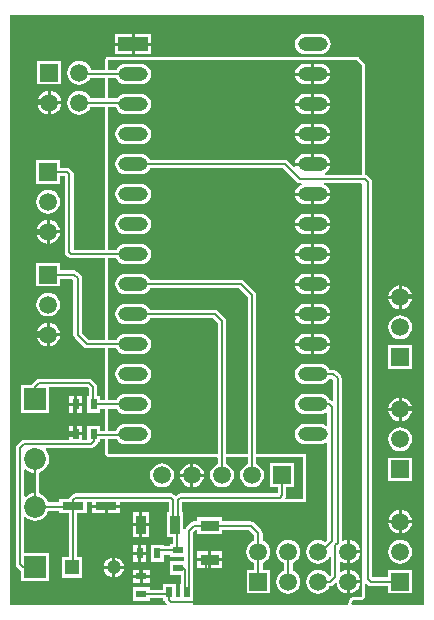
<source format=gtl>
G04 Layer_Physical_Order=1*
G04 Layer_Color=255*
%FSLAX44Y44*%
%MOMM*%
G71*
G01*
G75*
%ADD10R,1.8000X0.6500*%
%ADD11R,0.9000X0.6000*%
%ADD12R,0.6000X0.9000*%
%ADD13R,0.9000X1.6000*%
%ADD14R,1.6000X0.9000*%
%ADD15C,0.2000*%
%ADD16C,1.5000*%
%ADD17R,1.5000X1.5000*%
%ADD18C,1.8500*%
%ADD19R,1.8500X1.8500*%
%ADD20R,1.5000X1.5000*%
%ADD21R,1.2000X1.2000*%
%ADD22C,1.2000*%
%ADD23O,2.5000X1.2000*%
%ADD24R,2.5000X1.2000*%
G36*
X80410Y128255D02*
X80460Y128005D01*
X80460Y127750D01*
X80485Y127691D01*
X80488Y127627D01*
X80488Y127627D01*
X80570Y127453D01*
X80607Y127264D01*
X80628Y127232D01*
X80639Y127207D01*
X80639Y127206D01*
X80639Y127206D01*
X80760Y127026D01*
X80847Y126817D01*
X80868Y126785D01*
X80901Y126751D01*
X80919Y126713D01*
X80969Y126668D01*
X81059Y126578D01*
X81200Y126366D01*
X81201Y126366D01*
X81201Y126366D01*
X81275Y126292D01*
X81321Y126261D01*
X81392Y126190D01*
X81429Y126165D01*
X81455Y126129D01*
X81595Y126042D01*
X81667Y125970D01*
X81714Y125939D01*
X81784Y125868D01*
X81816Y125847D01*
X82051Y125749D01*
X82233Y125628D01*
X82233Y125628D01*
X82264Y125607D01*
X82311Y125598D01*
X82314Y125596D01*
X82314Y125596D01*
X82349Y125590D01*
X82514Y125558D01*
X82749Y125460D01*
X83005Y125460D01*
X83255Y125410D01*
X174693D01*
X175591Y124673D01*
Y119372D01*
X174137Y118770D01*
X172039Y117161D01*
X170430Y115063D01*
X169418Y112621D01*
X169073Y110000D01*
X169418Y107379D01*
X170430Y104937D01*
X172039Y102839D01*
X174137Y101230D01*
X176579Y100218D01*
X179200Y99873D01*
X181821Y100218D01*
X184263Y101230D01*
X186361Y102839D01*
X187970Y104937D01*
X188982Y107379D01*
X189327Y110000D01*
X188982Y112621D01*
X187970Y115063D01*
X186361Y117161D01*
X184263Y118770D01*
X182809Y119372D01*
Y125410D01*
X200991D01*
Y119372D01*
X199537Y118770D01*
X197439Y117161D01*
X195830Y115063D01*
X194818Y112621D01*
X194473Y110000D01*
X194818Y107379D01*
X195830Y104937D01*
X197439Y102839D01*
X199537Y101230D01*
X201979Y100218D01*
X204600Y99873D01*
X207221Y100218D01*
X209663Y101230D01*
X211761Y102839D01*
X213370Y104937D01*
X214382Y107379D01*
X214727Y110000D01*
X214382Y112621D01*
X213370Y115063D01*
X211761Y117161D01*
X209663Y118770D01*
X208209Y119372D01*
Y125410D01*
X247410D01*
Y89590D01*
X233380D01*
X232827Y90860D01*
X233335Y91619D01*
X233609Y93000D01*
Y99960D01*
X240040D01*
Y120040D01*
X219960D01*
Y99960D01*
X226391D01*
Y94609D01*
X144000D01*
X142619Y94335D01*
X141448Y93552D01*
X140000Y92104D01*
X138552Y93552D01*
X137381Y94335D01*
X136000Y94609D01*
X55000D01*
X53619Y94335D01*
X52448Y93552D01*
X50448Y91552D01*
X49665Y90381D01*
X49548Y89790D01*
X41460D01*
Y87009D01*
X32266D01*
X31298Y89346D01*
X30797Y90000D01*
X29409Y91809D01*
X26946Y93699D01*
X24609Y94666D01*
Y112334D01*
X26946Y113301D01*
X29409Y115191D01*
X31298Y117654D01*
X32487Y120522D01*
X32892Y123600D01*
X32487Y126678D01*
X31298Y129546D01*
X29791Y131511D01*
X30417Y132781D01*
X68000D01*
X69381Y133055D01*
X70552Y133838D01*
X73052Y136338D01*
X73835Y137509D01*
X73924Y137960D01*
X76040D01*
Y140391D01*
X80410D01*
Y128255D01*
D02*
G37*
G36*
X15054Y113301D02*
X17922Y112114D01*
X21000Y111708D01*
X21065Y111717D01*
X22020Y110879D01*
Y96121D01*
X21065Y95283D01*
X21000Y95292D01*
X17922Y94887D01*
X15054Y93699D01*
X12879Y92030D01*
X11609Y92455D01*
Y114545D01*
X12879Y114970D01*
X15054Y113301D01*
D02*
G37*
G36*
X292492Y461999D02*
X292746D01*
X292757Y461992D01*
X293166Y461822D01*
X293179Y461820D01*
X293182Y461818D01*
X293361Y461638D01*
X293362Y461638D01*
X297639Y457361D01*
X297639Y457361D01*
X297640Y457360D01*
X297640Y457360D01*
X297820Y457180D01*
X297823Y457166D01*
X297992Y456757D01*
X298000Y456745D01*
X298000Y456745D01*
X298000Y456491D01*
X298000Y456491D01*
Y456490D01*
X298000Y456489D01*
Y364609D01*
X266671D01*
X266418Y365879D01*
X266807Y366040D01*
X268591Y367409D01*
X269960Y369193D01*
X270820Y371271D01*
X270947Y372230D01*
X241054D01*
X241112Y371789D01*
X239909Y371196D01*
X235052Y376052D01*
X233881Y376835D01*
X232500Y377109D01*
X118249D01*
X117960Y377807D01*
X116591Y379591D01*
X114807Y380960D01*
X112729Y381820D01*
X110500Y382114D01*
X97500D01*
X95271Y381820D01*
X93193Y380960D01*
X91409Y379591D01*
X90040Y377807D01*
X89180Y375729D01*
X88886Y373500D01*
X89180Y371271D01*
X90040Y369193D01*
X91409Y367409D01*
X93193Y366040D01*
X95271Y365180D01*
X97500Y364886D01*
X110500D01*
X112729Y365180D01*
X114807Y366040D01*
X116591Y367409D01*
X117960Y369193D01*
X118249Y369891D01*
X231005D01*
X242448Y358448D01*
X243619Y357665D01*
X245000Y357391D01*
X246295D01*
X246548Y356121D01*
X245193Y355560D01*
X243409Y354191D01*
X242040Y352407D01*
X241180Y350329D01*
X241054Y349370D01*
X270947D01*
X270820Y350329D01*
X269960Y352407D01*
X268591Y354191D01*
X266807Y355560D01*
X265452Y356121D01*
X265705Y357391D01*
X297102D01*
X298000Y356493D01*
X298000Y17647D01*
Y8396D01*
X297957Y8200D01*
X297956Y8173D01*
X297946Y8149D01*
X297907Y7952D01*
X297747Y7588D01*
X297633Y7424D01*
X297616Y7384D01*
X297575Y7366D01*
X297411Y7252D01*
X297048Y7093D01*
X296850Y7054D01*
X296826Y7044D01*
X296800Y7043D01*
X296603Y7000D01*
X291047D01*
X290833Y6957D01*
X290614Y6963D01*
X289599Y6791D01*
X289576Y6782D01*
X289552Y6783D01*
X289549Y6782D01*
X289366Y6709D01*
X289361D01*
X289359Y6708D01*
X289357Y6707D01*
X289354D01*
X289350Y6706D01*
X289350Y6706D01*
X289349D01*
X289282Y6679D01*
X289039Y6630D01*
X288871Y6561D01*
X288868Y6559D01*
X288864Y6558D01*
X288863Y6558D01*
X288752Y6483D01*
X288682Y6464D01*
X288610Y6408D01*
X288471Y6355D01*
X288447Y6332D01*
X288425Y6323D01*
X288425Y6323D01*
X288416Y6320D01*
X288416Y6320D01*
X288416Y6319D01*
X288407Y6313D01*
X288226Y6133D01*
X288061Y6029D01*
X288048Y6011D01*
X288031Y5999D01*
X288030Y5998D01*
X288024Y5995D01*
X287967Y5909D01*
X287884Y5844D01*
X287831Y5752D01*
X287736Y5661D01*
X287732Y5656D01*
X287731Y5654D01*
X287729Y5652D01*
X287715Y5622D01*
X287692Y5598D01*
X287622Y5428D01*
X287612Y5419D01*
X287590Y5365D01*
X287476Y5204D01*
X287469Y5189D01*
X287469Y5188D01*
X287469Y5188D01*
X287401Y5036D01*
X287386Y4971D01*
X287383Y4966D01*
X287383Y4966D01*
X287381Y4950D01*
X287347Y4799D01*
X287318Y4735D01*
X287318Y4732D01*
X287317Y4729D01*
X287315Y4722D01*
X287314Y4700D01*
X287226Y4485D01*
X287145Y4079D01*
X287051Y3853D01*
X287051Y3853D01*
X286953Y3617D01*
X286928Y3579D01*
X286871Y3535D01*
X286836Y3495D01*
X286756Y3354D01*
X286641Y3239D01*
X286633Y3227D01*
X286521Y2958D01*
X286435Y2830D01*
X286425Y2778D01*
X286331Y2614D01*
X286309Y2448D01*
X286245Y2294D01*
X286245Y1952D01*
X286201Y1612D01*
X286224Y1270D01*
X285226Y52D01*
X285081Y-0D01*
X164000Y0D01*
X155000D01*
Y3960D01*
X155040D01*
Y8960D01*
Y18040D01*
X155000D01*
Y61896D01*
X156995Y63891D01*
X158460D01*
Y60460D01*
X179540D01*
Y63891D01*
X202005D01*
X206391Y59505D01*
Y54772D01*
X204937Y54170D01*
X202839Y52561D01*
X201230Y50463D01*
X200218Y48021D01*
X199873Y45400D01*
X200218Y42779D01*
X201230Y40337D01*
X202839Y38239D01*
X204937Y36630D01*
X206391Y36028D01*
Y30040D01*
X199960D01*
Y9960D01*
X220040D01*
Y30040D01*
X213609D01*
Y36028D01*
X215063Y36630D01*
X217161Y38239D01*
X218770Y40337D01*
X219782Y42779D01*
X220127Y45400D01*
X219782Y48021D01*
X218770Y50463D01*
X217161Y52561D01*
X215063Y54170D01*
X213609Y54772D01*
Y61000D01*
X213335Y62381D01*
X212552Y63552D01*
X206052Y70052D01*
X204881Y70835D01*
X203500Y71109D01*
X179540D01*
Y74540D01*
X158460D01*
Y71109D01*
X155500D01*
X155000Y71520D01*
Y71010D01*
X154119Y70835D01*
X152948Y70052D01*
X148448Y65552D01*
X147810Y64598D01*
X146804Y64708D01*
X146540Y64809D01*
Y78540D01*
X145609D01*
Y87000D01*
X250000D01*
Y128000D01*
X208209D01*
Y262400D01*
X207935Y263781D01*
X207152Y264952D01*
X197652Y274452D01*
X196481Y275235D01*
X195100Y275509D01*
X118249D01*
X117960Y276207D01*
X116591Y277991D01*
X114807Y279360D01*
X112729Y280220D01*
X110500Y280514D01*
X97500D01*
X95271Y280220D01*
X93193Y279360D01*
X91409Y277991D01*
X90040Y276207D01*
X89180Y274129D01*
X88886Y271900D01*
X89180Y269671D01*
X90040Y267593D01*
X91409Y265809D01*
X93193Y264440D01*
X95271Y263580D01*
X97500Y263286D01*
X110500D01*
X112729Y263580D01*
X114807Y264440D01*
X116591Y265809D01*
X117960Y267593D01*
X118249Y268291D01*
X193605D01*
X200991Y260905D01*
Y128000D01*
X182809D01*
Y240800D01*
X182535Y242181D01*
X181752Y243352D01*
X176052Y249052D01*
X174881Y249835D01*
X173500Y250109D01*
X118249D01*
X117960Y250807D01*
X116591Y252591D01*
X114807Y253960D01*
X112729Y254820D01*
X110500Y255114D01*
X97500D01*
X95271Y254820D01*
X93193Y253960D01*
X91409Y252591D01*
X90040Y250807D01*
X89180Y248729D01*
X88886Y246500D01*
X89180Y244271D01*
X90040Y242193D01*
X91409Y240409D01*
X93193Y239040D01*
X95271Y238180D01*
X97500Y237886D01*
X110500D01*
X112729Y238180D01*
X114807Y239040D01*
X116591Y240409D01*
X117960Y242193D01*
X118249Y242891D01*
X172005D01*
X175591Y239305D01*
Y128000D01*
X83510D01*
X83510Y128000D01*
X83000Y129164D01*
Y140391D01*
X90196D01*
X91409Y138809D01*
X93193Y137440D01*
X95271Y136580D01*
X97500Y136286D01*
X110500D01*
X112729Y136580D01*
X114807Y137440D01*
X116591Y138809D01*
X117960Y140593D01*
X118820Y142671D01*
X119114Y144900D01*
X118820Y147129D01*
X117960Y149207D01*
X116591Y150991D01*
X114807Y152360D01*
X112729Y153220D01*
X110500Y153514D01*
X97500D01*
X95271Y153220D01*
X93193Y152360D01*
X91409Y150991D01*
X90040Y149207D01*
X89379Y147609D01*
X83000D01*
Y166391D01*
X89876D01*
X90040Y165993D01*
X91409Y164209D01*
X93193Y162840D01*
X95271Y161980D01*
X97500Y161686D01*
X110500D01*
X112729Y161980D01*
X114807Y162840D01*
X116591Y164209D01*
X117960Y165993D01*
X118820Y168071D01*
X119114Y170300D01*
X118820Y172529D01*
X117960Y174607D01*
X116591Y176391D01*
X114807Y177760D01*
X112729Y178620D01*
X110500Y178914D01*
X97500D01*
X95271Y178620D01*
X93193Y177760D01*
X91409Y176391D01*
X90040Y174607D01*
X89627Y173609D01*
X83000D01*
Y217491D01*
X89751D01*
X90040Y216793D01*
X91409Y215009D01*
X93193Y213640D01*
X95271Y212780D01*
X97500Y212486D01*
X110500D01*
X112729Y212780D01*
X114807Y213640D01*
X116591Y215009D01*
X117960Y216793D01*
X118820Y218871D01*
X119114Y221100D01*
X118820Y223329D01*
X117960Y225407D01*
X116591Y227191D01*
X114807Y228560D01*
X112729Y229420D01*
X110500Y229714D01*
X97500D01*
X95271Y229420D01*
X93193Y228560D01*
X91409Y227191D01*
X90040Y225407D01*
X89751Y224709D01*
X83000D01*
Y293691D01*
X89751D01*
X90040Y292993D01*
X91409Y291209D01*
X93193Y289840D01*
X95271Y288980D01*
X97500Y288686D01*
X110500D01*
X112729Y288980D01*
X114807Y289840D01*
X116591Y291209D01*
X117960Y292993D01*
X118820Y295071D01*
X119114Y297300D01*
X118820Y299529D01*
X117960Y301607D01*
X116591Y303391D01*
X114807Y304760D01*
X112729Y305620D01*
X110500Y305914D01*
X97500D01*
X95271Y305620D01*
X93193Y304760D01*
X91409Y303391D01*
X90040Y301607D01*
X89751Y300909D01*
X83000D01*
Y421991D01*
X89213D01*
X90040Y419993D01*
X91409Y418209D01*
X93193Y416840D01*
X95271Y415980D01*
X97500Y415686D01*
X110500D01*
X112729Y415980D01*
X114807Y416840D01*
X116591Y418209D01*
X117960Y419993D01*
X118820Y422071D01*
X119114Y424300D01*
X118820Y426529D01*
X117960Y428607D01*
X116591Y430391D01*
X114807Y431760D01*
X112729Y432620D01*
X110500Y432914D01*
X97500D01*
X95271Y432620D01*
X93193Y431760D01*
X91409Y430391D01*
X90503Y429209D01*
X83000D01*
Y446091D01*
X89751D01*
X90040Y445393D01*
X91409Y443609D01*
X93193Y442240D01*
X95271Y441380D01*
X97500Y441086D01*
X110500D01*
X112729Y441380D01*
X114807Y442240D01*
X116591Y443609D01*
X117960Y445393D01*
X118820Y447471D01*
X119114Y449700D01*
X118820Y451929D01*
X117960Y454007D01*
X116591Y455791D01*
X114807Y457160D01*
X112729Y458020D01*
X110500Y458314D01*
X97500D01*
X95271Y458020D01*
X93193Y457160D01*
X91409Y455791D01*
X90040Y454007D01*
X89751Y453309D01*
X83000D01*
Y461490D01*
X83000Y461490D01*
X84164Y462000D01*
X292488D01*
X292492Y461999D01*
D02*
G37*
G36*
X350000Y499102D02*
Y-0D01*
X350000Y-0D01*
X289491D01*
X289403Y44D01*
X289191Y161D01*
X289175Y174D01*
X289112Y240D01*
X288864Y603D01*
X288785Y1786D01*
X288793Y1798D01*
X288828Y1839D01*
X288984Y1995D01*
X289107Y2178D01*
X289204Y2414D01*
X289346Y2626D01*
X289538Y3088D01*
X289587Y3338D01*
X289685Y3574D01*
X289766Y3980D01*
X289833Y4131D01*
X289840Y4147D01*
X289840Y4147D01*
X289842Y4155D01*
X289846Y4160D01*
X289855Y4166D01*
X289859Y4167D01*
X289860Y4167D01*
X289861Y4168D01*
X290030Y4237D01*
X290033Y4238D01*
X291047Y4410D01*
X296835D01*
X296861Y4415D01*
X296887Y4411D01*
X297356Y4514D01*
X297826Y4607D01*
X297848Y4622D01*
X297873Y4627D01*
X298683Y4982D01*
X299056Y5242D01*
X299439Y5487D01*
X299469Y5530D01*
X299512Y5559D01*
X299757Y5943D01*
X300018Y6316D01*
X300372Y7126D01*
X300378Y7151D01*
X300393Y7173D01*
X300486Y7644D01*
X300589Y8113D01*
X300585Y8139D01*
X300590Y8164D01*
Y17647D01*
X301763Y18133D01*
X302448Y17448D01*
X303619Y16665D01*
X305000Y16391D01*
X319960D01*
Y9960D01*
X340040D01*
Y30040D01*
X319960D01*
Y23609D01*
X306609D01*
Y358000D01*
X306335Y359381D01*
X305552Y360552D01*
X302552Y363552D01*
X301381Y364335D01*
X300567Y364496D01*
X300590Y364609D01*
Y456490D01*
X300590Y456491D01*
X300590Y456745D01*
X300540Y456995D01*
X300540Y457249D01*
X300529Y457277D01*
X300528Y457307D01*
X300528Y457307D01*
X300437Y457514D01*
X300393Y457736D01*
X300385Y457748D01*
X300384Y457748D01*
X300215Y458157D01*
X300215Y458157D01*
X300212Y458171D01*
X300105Y458331D01*
X300040Y458512D01*
X300040Y458513D01*
X299997Y458560D01*
X299973Y458619D01*
X299793Y458799D01*
X299651Y459011D01*
X299471Y459191D01*
X299471Y459191D01*
X299471Y459192D01*
X295013Y463649D01*
X294800Y463792D01*
X294618Y463973D01*
X294617Y463974D01*
X294391Y464067D01*
X294189Y464204D01*
X294187Y464205D01*
X294179Y464207D01*
X294173Y464211D01*
X294160Y464213D01*
X294157Y464215D01*
X293748Y464384D01*
X293746Y464385D01*
X293735Y464393D01*
X293726Y464394D01*
X293718Y464400D01*
X293717Y464400D01*
X293482Y464445D01*
X293262Y464537D01*
X293260Y464538D01*
X293255Y464538D01*
X293251Y464539D01*
X292997D01*
X292744Y464590D01*
X83255D01*
X83005Y464540D01*
X82750Y464540D01*
X82691Y464515D01*
X82627Y464512D01*
X82627Y464512D01*
X82453Y464430D01*
X82264Y464393D01*
X82232Y464371D01*
X82207Y464361D01*
X82206Y464361D01*
X82206Y464361D01*
X82026Y464240D01*
X81817Y464154D01*
X81785Y464132D01*
X81751Y464099D01*
X81713Y464081D01*
X81668Y464031D01*
X81578Y463941D01*
X81366Y463800D01*
X81366Y463799D01*
X81366Y463799D01*
X81292Y463725D01*
X81261Y463679D01*
X81190Y463608D01*
X81165Y463571D01*
X81129Y463545D01*
X81042Y463405D01*
X80970Y463333D01*
X80939Y463286D01*
X80868Y463216D01*
X80847Y463184D01*
X80749Y462948D01*
X80628Y462767D01*
X80628Y462767D01*
X80607Y462736D01*
X80598Y462689D01*
X80596Y462686D01*
X80596Y462686D01*
X80590Y462651D01*
X80558Y462486D01*
X80460Y462251D01*
X80460Y461995D01*
X80410Y461745D01*
Y454207D01*
X79673Y453309D01*
X68223D01*
X68182Y453621D01*
X67170Y456063D01*
X65561Y458161D01*
X63463Y459770D01*
X61021Y460782D01*
X58400Y461127D01*
X55779Y460782D01*
X53337Y459770D01*
X51239Y458161D01*
X49630Y456063D01*
X48618Y453621D01*
X48273Y451000D01*
X48618Y448379D01*
X49630Y445937D01*
X51239Y443839D01*
X53337Y442230D01*
X55779Y441218D01*
X58400Y440873D01*
X61021Y441218D01*
X63463Y442230D01*
X65561Y443839D01*
X67170Y445937D01*
X67234Y446091D01*
X80410D01*
Y429209D01*
X67772D01*
X67170Y430663D01*
X65561Y432761D01*
X63463Y434370D01*
X61021Y435382D01*
X58400Y435727D01*
X55779Y435382D01*
X53337Y434370D01*
X51239Y432761D01*
X49630Y430663D01*
X48618Y428221D01*
X48273Y425600D01*
X48618Y422979D01*
X49630Y420537D01*
X51239Y418439D01*
X53337Y416830D01*
X55779Y415818D01*
X58400Y415473D01*
X61021Y415818D01*
X63463Y416830D01*
X65561Y418439D01*
X67170Y420537D01*
X67772Y421991D01*
X80410D01*
Y300909D01*
X53609D01*
Y365000D01*
X53335Y366381D01*
X52552Y367552D01*
X50552Y369552D01*
X49381Y370335D01*
X48000Y370609D01*
X42040D01*
Y377040D01*
X21960D01*
Y356960D01*
X42040D01*
Y363391D01*
X46391D01*
Y299000D01*
X46665Y297619D01*
X47448Y296448D01*
X49148Y294748D01*
X50319Y293965D01*
X51700Y293691D01*
X80410D01*
Y224709D01*
X66395D01*
X60609Y230495D01*
Y277000D01*
X60335Y278381D01*
X59552Y279552D01*
X56552Y282552D01*
X55381Y283335D01*
X54000Y283609D01*
X42040D01*
Y290040D01*
X21960D01*
Y269960D01*
X42040D01*
Y276391D01*
X52505D01*
X53391Y275505D01*
Y229000D01*
X53665Y227619D01*
X54448Y226448D01*
X62348Y218548D01*
X63519Y217765D01*
X64900Y217491D01*
X80410D01*
Y173609D01*
X76040D01*
Y177040D01*
X73609D01*
Y185000D01*
X73335Y186381D01*
X72552Y187552D01*
X69552Y190552D01*
X68381Y191335D01*
X67000Y191609D01*
X24000D01*
X22619Y191335D01*
X21448Y190552D01*
X18448Y187552D01*
X17665Y186381D01*
X17627Y186190D01*
X9210D01*
Y162610D01*
X32790D01*
Y184391D01*
X65505D01*
X66391Y183505D01*
Y177040D01*
X64960D01*
Y162960D01*
X76040D01*
Y166391D01*
X80410D01*
Y147609D01*
X76040D01*
Y152040D01*
X64960D01*
Y139999D01*
X61040D01*
Y143730D01*
X49960D01*
Y139999D01*
X11390D01*
X10009Y139725D01*
X8838Y138942D01*
X5448Y135552D01*
X4665Y134381D01*
X4391Y133000D01*
Y90000D01*
Y35000D01*
X4665Y33619D01*
X5448Y32448D01*
X7848Y30048D01*
X9019Y29265D01*
X9210Y29227D01*
Y20810D01*
X32790D01*
Y44390D01*
X11609D01*
Y74345D01*
X12879Y74770D01*
X15054Y73102D01*
X17922Y71913D01*
X21000Y71508D01*
X24078Y71913D01*
X26946Y73102D01*
X29409Y74991D01*
X31298Y77454D01*
X32266Y79791D01*
X41460D01*
Y78210D01*
X49391D01*
Y40540D01*
X43960D01*
Y23460D01*
X61040D01*
Y40540D01*
X56609D01*
Y78210D01*
X64540D01*
Y87391D01*
X69460D01*
Y85270D01*
X92540D01*
Y87391D01*
X134391D01*
Y78540D01*
X132460D01*
Y57460D01*
X137391D01*
Y52040D01*
X134960D01*
Y50109D01*
X130040D01*
Y51040D01*
X118960D01*
Y36960D01*
X130040D01*
Y42891D01*
X134960D01*
Y40960D01*
X147391D01*
Y37040D01*
X134960D01*
Y25960D01*
X144391D01*
Y18040D01*
X143960D01*
Y6569D01*
X140040D01*
Y18040D01*
X128960D01*
Y13109D01*
X118040D01*
Y15040D01*
X103960D01*
Y3960D01*
X118040D01*
Y5891D01*
X128960D01*
Y3960D01*
X130998D01*
X131165Y3119D01*
X131948Y1948D01*
X132626Y1270D01*
X132100Y-0D01*
X898D01*
X-0Y898D01*
Y500000D01*
X-0Y500000D01*
X349102D01*
X350000Y499102D01*
D02*
G37*
%LPC*%
G36*
X152530Y119959D02*
X151179Y119782D01*
X148737Y118770D01*
X146639Y117161D01*
X145030Y115063D01*
X144018Y112621D01*
X143841Y111270D01*
X152530D01*
Y119959D01*
D02*
G37*
G36*
X61040Y152040D02*
X56770D01*
Y146270D01*
X61040D01*
Y152040D01*
D02*
G37*
G36*
X340040Y125040D02*
X319960D01*
Y104960D01*
X340040D01*
Y125040D01*
D02*
G37*
G36*
X330000Y150527D02*
X327379Y150182D01*
X324937Y149170D01*
X322839Y147561D01*
X321230Y145463D01*
X320218Y143021D01*
X319873Y140400D01*
X320218Y137779D01*
X321230Y135337D01*
X322839Y133239D01*
X324937Y131630D01*
X327379Y130618D01*
X330000Y130273D01*
X332621Y130618D01*
X335063Y131630D01*
X337161Y133239D01*
X338770Y135337D01*
X339782Y137779D01*
X340127Y140400D01*
X339782Y143021D01*
X338770Y145463D01*
X337161Y147561D01*
X335063Y149170D01*
X332621Y150182D01*
X330000Y150527D01*
D02*
G37*
G36*
X54230Y152040D02*
X49960D01*
Y146270D01*
X54230D01*
Y152040D01*
D02*
G37*
G36*
X155070Y119959D02*
Y111270D01*
X163759D01*
X163582Y112621D01*
X162570Y115063D01*
X160961Y117161D01*
X158863Y118770D01*
X156421Y119782D01*
X155070Y119959D01*
D02*
G37*
G36*
X92540Y82730D02*
X82270D01*
Y78210D01*
X92540D01*
Y82730D01*
D02*
G37*
G36*
X79730D02*
X69460D01*
Y78210D01*
X79730D01*
Y82730D01*
D02*
G37*
G36*
X331270Y80759D02*
Y72070D01*
X339959D01*
X339782Y73421D01*
X338770Y75863D01*
X337161Y77961D01*
X335063Y79570D01*
X332621Y80582D01*
X331270Y80759D01*
D02*
G37*
G36*
X163759Y108730D02*
X155070D01*
Y100041D01*
X156421Y100218D01*
X158863Y101230D01*
X160961Y102839D01*
X162570Y104937D01*
X163582Y107379D01*
X163759Y108730D01*
D02*
G37*
G36*
X152530D02*
X143841D01*
X144018Y107379D01*
X145030Y104937D01*
X146639Y102839D01*
X148737Y101230D01*
X151179Y100218D01*
X152530Y100041D01*
Y108730D01*
D02*
G37*
G36*
X128400Y120127D02*
X125779Y119782D01*
X123337Y118770D01*
X121239Y117161D01*
X119630Y115063D01*
X118618Y112621D01*
X118273Y110000D01*
X118618Y107379D01*
X119630Y104937D01*
X121239Y102839D01*
X123337Y101230D01*
X125779Y100218D01*
X128400Y99873D01*
X131021Y100218D01*
X133463Y101230D01*
X135561Y102839D01*
X137170Y104937D01*
X138182Y107379D01*
X138527Y110000D01*
X138182Y112621D01*
X137170Y115063D01*
X135561Y117161D01*
X133463Y118770D01*
X131021Y119782D01*
X128400Y120127D01*
D02*
G37*
G36*
X328730Y164530D02*
X320041D01*
X320218Y163179D01*
X321230Y160737D01*
X322839Y158639D01*
X324937Y157030D01*
X327379Y156018D01*
X328730Y155841D01*
Y164530D01*
D02*
G37*
G36*
X340040Y220040D02*
X319960D01*
Y199960D01*
X340040D01*
Y220040D01*
D02*
G37*
G36*
X110500Y204314D02*
X97500D01*
X95271Y204020D01*
X93193Y203160D01*
X91409Y201791D01*
X90040Y200007D01*
X89180Y197929D01*
X88886Y195700D01*
X89180Y193471D01*
X90040Y191393D01*
X91409Y189609D01*
X93193Y188240D01*
X95271Y187380D01*
X97500Y187086D01*
X110500D01*
X112729Y187380D01*
X114807Y188240D01*
X116591Y189609D01*
X117960Y191393D01*
X118820Y193471D01*
X119114Y195700D01*
X118820Y197929D01*
X117960Y200007D01*
X116591Y201791D01*
X114807Y203160D01*
X112729Y204020D01*
X110500Y204314D01*
D02*
G37*
G36*
X262500D02*
X249500D01*
X247271Y204020D01*
X245193Y203160D01*
X243409Y201791D01*
X242040Y200007D01*
X241180Y197929D01*
X240886Y195700D01*
X241180Y193471D01*
X242040Y191393D01*
X243409Y189609D01*
X245193Y188240D01*
X247271Y187380D01*
X249500Y187086D01*
X262500D01*
X264729Y187380D01*
X266807Y188240D01*
X268591Y189609D01*
X269960Y191393D01*
X270249Y192091D01*
X271805D01*
X273391Y190505D01*
Y173324D01*
X272999Y173162D01*
X272121Y172940D01*
X271081Y173635D01*
X270298Y173790D01*
X269960Y174607D01*
X268591Y176391D01*
X266807Y177760D01*
X264729Y178620D01*
X262500Y178914D01*
X249500D01*
X247271Y178620D01*
X245193Y177760D01*
X243409Y176391D01*
X242040Y174607D01*
X241180Y172529D01*
X240886Y170300D01*
X241180Y168071D01*
X242040Y165993D01*
X243409Y164209D01*
X245193Y162840D01*
X247271Y161980D01*
X249500Y161686D01*
X262500D01*
X264729Y161980D01*
X266807Y162840D01*
X267292Y163212D01*
X268431Y162651D01*
Y152549D01*
X267292Y151988D01*
X266807Y152360D01*
X264729Y153220D01*
X262500Y153514D01*
X249500D01*
X247271Y153220D01*
X245193Y152360D01*
X243409Y150991D01*
X242040Y149207D01*
X241180Y147129D01*
X240886Y144900D01*
X241180Y142671D01*
X242040Y140593D01*
X243409Y138809D01*
X245193Y137440D01*
X247271Y136580D01*
X249500Y136286D01*
X262500D01*
X264729Y136580D01*
X266807Y137440D01*
X267292Y137812D01*
X268431Y137251D01*
Y55535D01*
X266544Y53648D01*
X265863Y54170D01*
X263421Y55182D01*
X260800Y55527D01*
X258179Y55182D01*
X255737Y54170D01*
X253639Y52561D01*
X252030Y50463D01*
X251018Y48021D01*
X250673Y45400D01*
X251018Y42779D01*
X252030Y40337D01*
X253639Y38239D01*
X255737Y36630D01*
X258179Y35618D01*
X260800Y35273D01*
X263421Y35618D01*
X265863Y36630D01*
X267961Y38239D01*
X269570Y40337D01*
X270281Y42052D01*
X271551Y41800D01*
Y25846D01*
X270596Y25031D01*
X269391Y25296D01*
X267961Y27161D01*
X265863Y28770D01*
X263421Y29782D01*
X260800Y30127D01*
X258179Y29782D01*
X255737Y28770D01*
X253639Y27161D01*
X252030Y25063D01*
X251018Y22621D01*
X250673Y20000D01*
X251018Y17379D01*
X252030Y14937D01*
X253639Y12839D01*
X255737Y11230D01*
X258179Y10218D01*
X260800Y9873D01*
X263421Y10218D01*
X265863Y11230D01*
X267961Y12839D01*
X269570Y14937D01*
X270172Y16391D01*
X271000D01*
X272381Y16665D01*
X273552Y17448D01*
X275062Y18957D01*
X276264Y18549D01*
X276418Y17379D01*
X277430Y14937D01*
X279039Y12839D01*
X281137Y11230D01*
X283579Y10218D01*
X284930Y10041D01*
Y20000D01*
Y29959D01*
X283579Y29782D01*
X281137Y28770D01*
X280039Y27928D01*
X278769Y28554D01*
Y36846D01*
X280039Y37472D01*
X281137Y36630D01*
X283579Y35618D01*
X284930Y35441D01*
Y45400D01*
Y55359D01*
X283579Y55182D01*
X281879Y54478D01*
X280609Y55302D01*
Y192000D01*
X280335Y193381D01*
X279552Y194552D01*
X275852Y198252D01*
X274681Y199035D01*
X273300Y199309D01*
X270249D01*
X269960Y200007D01*
X268591Y201791D01*
X266807Y203160D01*
X264729Y204020D01*
X262500Y204314D01*
D02*
G37*
G36*
X254730Y219830D02*
X241054D01*
X241180Y218871D01*
X242040Y216793D01*
X243409Y215009D01*
X245193Y213640D01*
X247271Y212780D01*
X249500Y212486D01*
X254730D01*
Y219830D01*
D02*
G37*
G36*
X41959Y227930D02*
X33270D01*
Y219241D01*
X34621Y219418D01*
X37063Y220430D01*
X39161Y222039D01*
X40770Y224137D01*
X41782Y226579D01*
X41959Y227930D01*
D02*
G37*
G36*
X30730D02*
X22041D01*
X22218Y226579D01*
X23230Y224137D01*
X24839Y222039D01*
X26937Y220430D01*
X29379Y219418D01*
X30730Y219241D01*
Y227930D01*
D02*
G37*
G36*
X270947Y219830D02*
X257270D01*
Y212486D01*
X262500D01*
X264729Y212780D01*
X266807Y213640D01*
X268591Y215009D01*
X269960Y216793D01*
X270820Y218871D01*
X270947Y219830D01*
D02*
G37*
G36*
X61040Y168730D02*
X56770D01*
Y162960D01*
X61040D01*
Y168730D01*
D02*
G37*
G36*
X54230D02*
X49960D01*
Y162960D01*
X54230D01*
Y168730D01*
D02*
G37*
G36*
X339959Y164530D02*
X331270D01*
Y155841D01*
X332621Y156018D01*
X335063Y157030D01*
X337161Y158639D01*
X338770Y160737D01*
X339782Y163179D01*
X339959Y164530D01*
D02*
G37*
G36*
X328730Y175759D02*
X327379Y175582D01*
X324937Y174570D01*
X322839Y172961D01*
X321230Y170863D01*
X320218Y168421D01*
X320041Y167070D01*
X328730D01*
Y175759D01*
D02*
G37*
G36*
X61040Y177040D02*
X56770D01*
Y171270D01*
X61040D01*
Y177040D01*
D02*
G37*
G36*
X54230D02*
X49960D01*
Y171270D01*
X54230D01*
Y177040D01*
D02*
G37*
G36*
X331270Y175759D02*
Y167070D01*
X339959D01*
X339782Y168421D01*
X338770Y170863D01*
X337161Y172961D01*
X335063Y174570D01*
X332621Y175582D01*
X331270Y175759D01*
D02*
G37*
G36*
X167730Y37230D02*
X158460D01*
Y31460D01*
X167730D01*
Y37230D01*
D02*
G37*
G36*
X118040Y30040D02*
X112270D01*
Y25770D01*
X118040D01*
Y30040D01*
D02*
G37*
G36*
X109730D02*
X103960D01*
Y25770D01*
X109730D01*
Y30040D01*
D02*
G37*
G36*
X179540Y37230D02*
X170270D01*
Y31460D01*
X179540D01*
Y37230D01*
D02*
G37*
G36*
X330000Y55527D02*
X327379Y55182D01*
X324937Y54170D01*
X322839Y52561D01*
X321230Y50463D01*
X320218Y48021D01*
X319873Y45400D01*
X320218Y42779D01*
X321230Y40337D01*
X322839Y38239D01*
X324937Y36630D01*
X327379Y35618D01*
X330000Y35273D01*
X332621Y35618D01*
X335063Y36630D01*
X337161Y38239D01*
X338770Y40337D01*
X339782Y42779D01*
X340127Y45400D01*
X339782Y48021D01*
X338770Y50463D01*
X337161Y52561D01*
X335063Y54170D01*
X332621Y55182D01*
X330000Y55527D01*
D02*
G37*
G36*
X88770Y40447D02*
Y33270D01*
X95947D01*
X95820Y34229D01*
X94960Y36307D01*
X93591Y38091D01*
X91807Y39460D01*
X89729Y40320D01*
X88770Y40447D01*
D02*
G37*
G36*
X86230D02*
X85271Y40320D01*
X83193Y39460D01*
X81409Y38091D01*
X80040Y36307D01*
X79180Y34229D01*
X79054Y33270D01*
X86230D01*
Y40447D01*
D02*
G37*
G36*
X109730Y23230D02*
X103960D01*
Y18960D01*
X109730D01*
Y23230D01*
D02*
G37*
G36*
X296159Y18730D02*
X287470D01*
Y10041D01*
X288821Y10218D01*
X291263Y11230D01*
X293361Y12839D01*
X294970Y14937D01*
X295982Y17379D01*
X296159Y18730D01*
D02*
G37*
G36*
X235400Y55527D02*
X232779Y55182D01*
X230337Y54170D01*
X228239Y52561D01*
X226630Y50463D01*
X225618Y48021D01*
X225273Y45400D01*
X225618Y42779D01*
X226630Y40337D01*
X228239Y38239D01*
X230337Y36630D01*
X231791Y36028D01*
Y29372D01*
X230337Y28770D01*
X228239Y27161D01*
X226630Y25063D01*
X225618Y22621D01*
X225273Y20000D01*
X225618Y17379D01*
X226630Y14937D01*
X228239Y12839D01*
X230337Y11230D01*
X232779Y10218D01*
X235400Y9873D01*
X238021Y10218D01*
X240463Y11230D01*
X242561Y12839D01*
X244170Y14937D01*
X245182Y17379D01*
X245527Y20000D01*
X245182Y22621D01*
X244170Y25063D01*
X242561Y27161D01*
X240463Y28770D01*
X239009Y29372D01*
Y36028D01*
X240463Y36630D01*
X242561Y38239D01*
X244170Y40337D01*
X245182Y42779D01*
X245527Y45400D01*
X245182Y48021D01*
X244170Y50463D01*
X242561Y52561D01*
X240463Y54170D01*
X238021Y55182D01*
X235400Y55527D01*
D02*
G37*
G36*
X118040Y23230D02*
X112270D01*
Y18960D01*
X118040D01*
Y23230D01*
D02*
G37*
G36*
X95947Y30730D02*
X88770D01*
Y23554D01*
X89729Y23680D01*
X91807Y24540D01*
X93591Y25909D01*
X94960Y27693D01*
X95820Y29771D01*
X95947Y30730D01*
D02*
G37*
G36*
X86230D02*
X79054D01*
X79180Y29771D01*
X80040Y27693D01*
X81409Y25909D01*
X83193Y24540D01*
X85271Y23680D01*
X86230Y23554D01*
Y30730D01*
D02*
G37*
G36*
X287470Y29959D02*
Y21270D01*
X296159D01*
X295982Y22621D01*
X294970Y25063D01*
X293361Y27161D01*
X291263Y28770D01*
X288821Y29782D01*
X287470Y29959D01*
D02*
G37*
G36*
X296159Y44130D02*
X287470D01*
Y35441D01*
X288821Y35618D01*
X291263Y36630D01*
X293361Y38239D01*
X294970Y40337D01*
X295982Y42779D01*
X296159Y44130D01*
D02*
G37*
G36*
X328730Y69530D02*
X320041D01*
X320218Y68179D01*
X321230Y65737D01*
X322839Y63639D01*
X324937Y62030D01*
X327379Y61018D01*
X328730Y60841D01*
Y69530D01*
D02*
G37*
G36*
X117540Y66730D02*
X111770D01*
Y57460D01*
X117540D01*
Y66730D01*
D02*
G37*
G36*
X109230D02*
X103460D01*
Y57460D01*
X109230D01*
Y66730D01*
D02*
G37*
G36*
X339959Y69530D02*
X331270D01*
Y60841D01*
X332621Y61018D01*
X335063Y62030D01*
X337161Y63639D01*
X338770Y65737D01*
X339782Y68179D01*
X339959Y69530D01*
D02*
G37*
G36*
X328730Y80759D02*
X327379Y80582D01*
X324937Y79570D01*
X322839Y77961D01*
X321230Y75863D01*
X320218Y73421D01*
X320041Y72070D01*
X328730D01*
Y80759D01*
D02*
G37*
G36*
X117540Y78540D02*
X111770D01*
Y69270D01*
X117540D01*
Y78540D01*
D02*
G37*
G36*
X109230D02*
X103460D01*
Y69270D01*
X109230D01*
Y78540D01*
D02*
G37*
G36*
X167730Y45540D02*
X158460D01*
Y39770D01*
X167730D01*
Y45540D01*
D02*
G37*
G36*
X115040Y42730D02*
X110770D01*
Y36960D01*
X115040D01*
Y42730D01*
D02*
G37*
G36*
X108230D02*
X103960D01*
Y36960D01*
X108230D01*
Y42730D01*
D02*
G37*
G36*
X179540Y45540D02*
X170270D01*
Y39770D01*
X179540D01*
Y45540D01*
D02*
G37*
G36*
X287470Y55359D02*
Y46670D01*
X296159D01*
X295982Y48021D01*
X294970Y50463D01*
X293361Y52561D01*
X291263Y54170D01*
X288821Y55182D01*
X287470Y55359D01*
D02*
G37*
G36*
X115040Y51040D02*
X110770D01*
Y45270D01*
X115040D01*
Y51040D01*
D02*
G37*
G36*
X108230D02*
X103960D01*
Y45270D01*
X108230D01*
Y51040D01*
D02*
G37*
G36*
X254730Y229714D02*
X249500D01*
X247271Y229420D01*
X245193Y228560D01*
X243409Y227191D01*
X242040Y225407D01*
X241180Y223329D01*
X241054Y222370D01*
X254730D01*
Y229714D01*
D02*
G37*
G36*
Y407514D02*
X249500D01*
X247271Y407220D01*
X245193Y406360D01*
X243409Y404991D01*
X242040Y403207D01*
X241180Y401129D01*
X241054Y400170D01*
X254730D01*
Y407514D01*
D02*
G37*
G36*
X270947Y397630D02*
X257270D01*
Y390286D01*
X262500D01*
X264729Y390580D01*
X266807Y391440D01*
X268591Y392809D01*
X269960Y394593D01*
X270820Y396671D01*
X270947Y397630D01*
D02*
G37*
G36*
X254730D02*
X241054D01*
X241180Y396671D01*
X242040Y394593D01*
X243409Y392809D01*
X245193Y391440D01*
X247271Y390580D01*
X249500Y390286D01*
X254730D01*
Y397630D01*
D02*
G37*
G36*
X262500Y407514D02*
X257270D01*
Y400170D01*
X270947D01*
X270820Y401129D01*
X269960Y403207D01*
X268591Y404991D01*
X266807Y406360D01*
X264729Y407220D01*
X262500Y407514D01*
D02*
G37*
G36*
X254730Y423030D02*
X241054D01*
X241180Y422071D01*
X242040Y419993D01*
X243409Y418209D01*
X245193Y416840D01*
X247271Y415980D01*
X249500Y415686D01*
X254730D01*
Y423030D01*
D02*
G37*
G36*
X42959Y424330D02*
X34270D01*
Y415641D01*
X35621Y415818D01*
X38063Y416830D01*
X40161Y418439D01*
X41770Y420537D01*
X42782Y422979D01*
X42959Y424330D01*
D02*
G37*
G36*
X31730D02*
X23041D01*
X23218Y422979D01*
X24230Y420537D01*
X25839Y418439D01*
X27937Y416830D01*
X30379Y415818D01*
X31730Y415641D01*
Y424330D01*
D02*
G37*
G36*
X254730Y346830D02*
X241054D01*
X241180Y345871D01*
X242040Y343793D01*
X243409Y342009D01*
X245193Y340640D01*
X247271Y339780D01*
X249500Y339486D01*
X254730D01*
Y346830D01*
D02*
G37*
G36*
X110500Y356714D02*
X97500D01*
X95271Y356420D01*
X93193Y355560D01*
X91409Y354191D01*
X90040Y352407D01*
X89180Y350329D01*
X88886Y348100D01*
X89180Y345871D01*
X90040Y343793D01*
X91409Y342009D01*
X93193Y340640D01*
X95271Y339780D01*
X97500Y339486D01*
X110500D01*
X112729Y339780D01*
X114807Y340640D01*
X116591Y342009D01*
X117960Y343793D01*
X118820Y345871D01*
X119114Y348100D01*
X118820Y350329D01*
X117960Y352407D01*
X116591Y354191D01*
X114807Y355560D01*
X112729Y356420D01*
X110500Y356714D01*
D02*
G37*
G36*
X32000Y351727D02*
X29379Y351382D01*
X26937Y350370D01*
X24839Y348761D01*
X23230Y346663D01*
X22218Y344221D01*
X21873Y341600D01*
X22218Y338979D01*
X23230Y336537D01*
X24839Y334439D01*
X26937Y332830D01*
X29379Y331818D01*
X32000Y331473D01*
X34621Y331818D01*
X37063Y332830D01*
X39161Y334439D01*
X40770Y336537D01*
X41782Y338979D01*
X42127Y341600D01*
X41782Y344221D01*
X40770Y346663D01*
X39161Y348761D01*
X37063Y350370D01*
X34621Y351382D01*
X32000Y351727D01*
D02*
G37*
G36*
X270947Y346830D02*
X257270D01*
Y339486D01*
X262500D01*
X264729Y339780D01*
X266807Y340640D01*
X268591Y342009D01*
X269960Y343793D01*
X270820Y345871D01*
X270947Y346830D01*
D02*
G37*
G36*
X110500Y407514D02*
X97500D01*
X95271Y407220D01*
X93193Y406360D01*
X91409Y404991D01*
X90040Y403207D01*
X89180Y401129D01*
X88886Y398900D01*
X89180Y396671D01*
X90040Y394593D01*
X91409Y392809D01*
X93193Y391440D01*
X95271Y390580D01*
X97500Y390286D01*
X110500D01*
X112729Y390580D01*
X114807Y391440D01*
X116591Y392809D01*
X117960Y394593D01*
X118820Y396671D01*
X119114Y398900D01*
X118820Y401129D01*
X117960Y403207D01*
X116591Y404991D01*
X114807Y406360D01*
X112729Y407220D01*
X110500Y407514D01*
D02*
G37*
G36*
X262500Y382114D02*
X257270D01*
Y374770D01*
X270947D01*
X270820Y375729D01*
X269960Y377807D01*
X268591Y379591D01*
X266807Y380960D01*
X264729Y381820D01*
X262500Y382114D01*
D02*
G37*
G36*
X254730D02*
X249500D01*
X247271Y381820D01*
X245193Y380960D01*
X243409Y379591D01*
X242040Y377807D01*
X241180Y375729D01*
X241054Y374770D01*
X254730D01*
Y382114D01*
D02*
G37*
G36*
X270947Y423030D02*
X257270D01*
Y415686D01*
X262500D01*
X264729Y415980D01*
X266807Y416840D01*
X268591Y418209D01*
X269960Y419993D01*
X270820Y422071D01*
X270947Y423030D01*
D02*
G37*
G36*
X262500Y483714D02*
X249500D01*
X247271Y483420D01*
X245193Y482560D01*
X243409Y481191D01*
X242040Y479407D01*
X241180Y477329D01*
X240886Y475100D01*
X241180Y472871D01*
X242040Y470793D01*
X243409Y469009D01*
X245193Y467640D01*
X247271Y466780D01*
X249500Y466486D01*
X262500D01*
X264729Y466780D01*
X266807Y467640D01*
X268591Y469009D01*
X269960Y470793D01*
X270820Y472871D01*
X271114Y475100D01*
X270820Y477329D01*
X269960Y479407D01*
X268591Y481191D01*
X266807Y482560D01*
X264729Y483420D01*
X262500Y483714D01*
D02*
G37*
G36*
Y458314D02*
X257270D01*
Y450970D01*
X270947D01*
X270820Y451929D01*
X269960Y454007D01*
X268591Y455791D01*
X266807Y457160D01*
X264729Y458020D01*
X262500Y458314D01*
D02*
G37*
G36*
X254730D02*
X249500D01*
X247271Y458020D01*
X245193Y457160D01*
X243409Y455791D01*
X242040Y454007D01*
X241180Y451929D01*
X241054Y450970D01*
X254730D01*
Y458314D01*
D02*
G37*
G36*
X102730Y473830D02*
X88960D01*
Y466560D01*
X102730D01*
Y473830D01*
D02*
G37*
G36*
X119040Y483640D02*
X105270D01*
Y476370D01*
X119040D01*
Y483640D01*
D02*
G37*
G36*
X102730D02*
X88960D01*
Y476370D01*
X102730D01*
Y483640D01*
D02*
G37*
G36*
X119040Y473830D02*
X105270D01*
Y466560D01*
X119040D01*
Y473830D01*
D02*
G37*
G36*
X31730Y435559D02*
X30379Y435382D01*
X27937Y434370D01*
X25839Y432761D01*
X24230Y430663D01*
X23218Y428221D01*
X23041Y426870D01*
X31730D01*
Y435559D01*
D02*
G37*
G36*
X262500Y432914D02*
X257270D01*
Y425570D01*
X270947D01*
X270820Y426529D01*
X269960Y428607D01*
X268591Y430391D01*
X266807Y431760D01*
X264729Y432620D01*
X262500Y432914D01*
D02*
G37*
G36*
X254730D02*
X249500D01*
X247271Y432620D01*
X245193Y431760D01*
X243409Y430391D01*
X242040Y428607D01*
X241180Y426529D01*
X241054Y425570D01*
X254730D01*
Y432914D01*
D02*
G37*
G36*
X34270Y435559D02*
Y426870D01*
X42959D01*
X42782Y428221D01*
X41770Y430663D01*
X40161Y432761D01*
X38063Y434370D01*
X35621Y435382D01*
X34270Y435559D01*
D02*
G37*
G36*
X270947Y448430D02*
X257270D01*
Y441086D01*
X262500D01*
X264729Y441380D01*
X266807Y442240D01*
X268591Y443609D01*
X269960Y445393D01*
X270820Y447471D01*
X270947Y448430D01*
D02*
G37*
G36*
X254730D02*
X241054D01*
X241180Y447471D01*
X242040Y445393D01*
X243409Y443609D01*
X245193Y442240D01*
X247271Y441380D01*
X249500Y441086D01*
X254730D01*
Y448430D01*
D02*
G37*
G36*
X43040Y461040D02*
X22960D01*
Y440960D01*
X43040D01*
Y461040D01*
D02*
G37*
G36*
X262500Y331314D02*
X257270D01*
Y323970D01*
X270947D01*
X270820Y324929D01*
X269960Y327007D01*
X268591Y328791D01*
X266807Y330160D01*
X264729Y331020D01*
X262500Y331314D01*
D02*
G37*
G36*
X328730Y259530D02*
X320041D01*
X320218Y258179D01*
X321230Y255737D01*
X322839Y253639D01*
X324937Y252030D01*
X327379Y251018D01*
X328730Y250841D01*
Y259530D01*
D02*
G37*
G36*
X262500Y255114D02*
X257270D01*
Y247770D01*
X270947D01*
X270820Y248729D01*
X269960Y250807D01*
X268591Y252591D01*
X266807Y253960D01*
X264729Y254820D01*
X262500Y255114D01*
D02*
G37*
G36*
X254730D02*
X249500D01*
X247271Y254820D01*
X245193Y253960D01*
X243409Y252591D01*
X242040Y250807D01*
X241180Y248729D01*
X241054Y247770D01*
X254730D01*
Y255114D01*
D02*
G37*
G36*
X339959Y259530D02*
X331270D01*
Y250841D01*
X332621Y251018D01*
X335063Y252030D01*
X337161Y253639D01*
X338770Y255737D01*
X339782Y258179D01*
X339959Y259530D01*
D02*
G37*
G36*
X254730Y270630D02*
X241054D01*
X241180Y269671D01*
X242040Y267593D01*
X243409Y265809D01*
X245193Y264440D01*
X247271Y263580D01*
X249500Y263286D01*
X254730D01*
Y270630D01*
D02*
G37*
G36*
X331270Y270759D02*
Y262070D01*
X339959D01*
X339782Y263421D01*
X338770Y265863D01*
X337161Y267961D01*
X335063Y269570D01*
X332621Y270582D01*
X331270Y270759D01*
D02*
G37*
G36*
X328730D02*
X327379Y270582D01*
X324937Y269570D01*
X322839Y267961D01*
X321230Y265863D01*
X320218Y263421D01*
X320041Y262070D01*
X328730D01*
Y270759D01*
D02*
G37*
G36*
X30730Y239159D02*
X29379Y238982D01*
X26937Y237970D01*
X24839Y236361D01*
X23230Y234263D01*
X22218Y231821D01*
X22041Y230470D01*
X30730D01*
Y239159D01*
D02*
G37*
G36*
X330000Y245527D02*
X327379Y245182D01*
X324937Y244170D01*
X322839Y242561D01*
X321230Y240463D01*
X320218Y238021D01*
X319873Y235400D01*
X320218Y232779D01*
X321230Y230337D01*
X322839Y228239D01*
X324937Y226630D01*
X327379Y225618D01*
X330000Y225273D01*
X332621Y225618D01*
X335063Y226630D01*
X337161Y228239D01*
X338770Y230337D01*
X339782Y232779D01*
X340127Y235400D01*
X339782Y238021D01*
X338770Y240463D01*
X337161Y242561D01*
X335063Y244170D01*
X332621Y245182D01*
X330000Y245527D01*
D02*
G37*
G36*
X262500Y229714D02*
X257270D01*
Y222370D01*
X270947D01*
X270820Y223329D01*
X269960Y225407D01*
X268591Y227191D01*
X266807Y228560D01*
X264729Y229420D01*
X262500Y229714D01*
D02*
G37*
G36*
X33270Y239159D02*
Y230470D01*
X41959D01*
X41782Y231821D01*
X40770Y234263D01*
X39161Y236361D01*
X37063Y237970D01*
X34621Y238982D01*
X33270Y239159D01*
D02*
G37*
G36*
X32000Y264727D02*
X29379Y264382D01*
X26937Y263370D01*
X24839Y261761D01*
X23230Y259663D01*
X22218Y257221D01*
X21873Y254600D01*
X22218Y251979D01*
X23230Y249537D01*
X24839Y247439D01*
X26937Y245830D01*
X29379Y244818D01*
X32000Y244473D01*
X34621Y244818D01*
X37063Y245830D01*
X39161Y247439D01*
X40770Y249537D01*
X41782Y251979D01*
X42127Y254600D01*
X41782Y257221D01*
X40770Y259663D01*
X39161Y261761D01*
X37063Y263370D01*
X34621Y264382D01*
X32000Y264727D01*
D02*
G37*
G36*
X270947Y245230D02*
X257270D01*
Y237886D01*
X262500D01*
X264729Y238180D01*
X266807Y239040D01*
X268591Y240409D01*
X269960Y242193D01*
X270820Y244271D01*
X270947Y245230D01*
D02*
G37*
G36*
X254730D02*
X241054D01*
X241180Y244271D01*
X242040Y242193D01*
X243409Y240409D01*
X245193Y239040D01*
X247271Y238180D01*
X249500Y237886D01*
X254730D01*
Y245230D01*
D02*
G37*
G36*
X270947Y270630D02*
X257270D01*
Y263286D01*
X262500D01*
X264729Y263580D01*
X266807Y264440D01*
X268591Y265809D01*
X269960Y267593D01*
X270820Y269671D01*
X270947Y270630D01*
D02*
G37*
G36*
X254730Y321430D02*
X241054D01*
X241180Y320471D01*
X242040Y318393D01*
X243409Y316609D01*
X245193Y315240D01*
X247271Y314380D01*
X249500Y314086D01*
X254730D01*
Y321430D01*
D02*
G37*
G36*
X110500Y331314D02*
X97500D01*
X95271Y331020D01*
X93193Y330160D01*
X91409Y328791D01*
X90040Y327007D01*
X89180Y324929D01*
X88886Y322700D01*
X89180Y320471D01*
X90040Y318393D01*
X91409Y316609D01*
X93193Y315240D01*
X95271Y314380D01*
X97500Y314086D01*
X110500D01*
X112729Y314380D01*
X114807Y315240D01*
X116591Y316609D01*
X117960Y318393D01*
X118820Y320471D01*
X119114Y322700D01*
X118820Y324929D01*
X117960Y327007D01*
X116591Y328791D01*
X114807Y330160D01*
X112729Y331020D01*
X110500Y331314D01*
D02*
G37*
G36*
X41959Y314930D02*
X33270D01*
Y306241D01*
X34621Y306418D01*
X37063Y307430D01*
X39161Y309039D01*
X40770Y311137D01*
X41782Y313579D01*
X41959Y314930D01*
D02*
G37*
G36*
X270947Y321430D02*
X257270D01*
Y314086D01*
X262500D01*
X264729Y314380D01*
X266807Y315240D01*
X268591Y316609D01*
X269960Y318393D01*
X270820Y320471D01*
X270947Y321430D01*
D02*
G37*
G36*
X254730Y331314D02*
X249500D01*
X247271Y331020D01*
X245193Y330160D01*
X243409Y328791D01*
X242040Y327007D01*
X241180Y324929D01*
X241054Y323970D01*
X254730D01*
Y331314D01*
D02*
G37*
G36*
X33270Y326159D02*
Y317470D01*
X41959D01*
X41782Y318821D01*
X40770Y321263D01*
X39161Y323361D01*
X37063Y324970D01*
X34621Y325982D01*
X33270Y326159D01*
D02*
G37*
G36*
X30730D02*
X29379Y325982D01*
X26937Y324970D01*
X24839Y323361D01*
X23230Y321263D01*
X22218Y318821D01*
X22041Y317470D01*
X30730D01*
Y326159D01*
D02*
G37*
G36*
X254730Y296030D02*
X241054D01*
X241180Y295071D01*
X242040Y292993D01*
X243409Y291209D01*
X245193Y289840D01*
X247271Y288980D01*
X249500Y288686D01*
X254730D01*
Y296030D01*
D02*
G37*
G36*
X262500Y280514D02*
X257270D01*
Y273170D01*
X270947D01*
X270820Y274129D01*
X269960Y276207D01*
X268591Y277991D01*
X266807Y279360D01*
X264729Y280220D01*
X262500Y280514D01*
D02*
G37*
G36*
X254730D02*
X249500D01*
X247271Y280220D01*
X245193Y279360D01*
X243409Y277991D01*
X242040Y276207D01*
X241180Y274129D01*
X241054Y273170D01*
X254730D01*
Y280514D01*
D02*
G37*
G36*
X270947Y296030D02*
X257270D01*
Y288686D01*
X262500D01*
X264729Y288980D01*
X266807Y289840D01*
X268591Y291209D01*
X269960Y292993D01*
X270820Y295071D01*
X270947Y296030D01*
D02*
G37*
G36*
X30730Y314930D02*
X22041D01*
X22218Y313579D01*
X23230Y311137D01*
X24839Y309039D01*
X26937Y307430D01*
X29379Y306418D01*
X30730Y306241D01*
Y314930D01*
D02*
G37*
G36*
X262500Y305914D02*
X257270D01*
Y298570D01*
X270947D01*
X270820Y299529D01*
X269960Y301607D01*
X268591Y303391D01*
X266807Y304760D01*
X264729Y305620D01*
X262500Y305914D01*
D02*
G37*
G36*
X254730D02*
X249500D01*
X247271Y305620D01*
X245193Y304760D01*
X243409Y303391D01*
X242040Y301607D01*
X241180Y299529D01*
X241054Y298570D01*
X254730D01*
Y305914D01*
D02*
G37*
%LPD*%
D10*
X81000Y84000D02*
D03*
X53000D02*
D03*
D11*
X142000Y46500D02*
D03*
Y31500D02*
D03*
X111000Y24500D02*
D03*
Y9500D02*
D03*
D12*
X149500Y11000D02*
D03*
X134500D02*
D03*
X124500Y44000D02*
D03*
X109500D02*
D03*
X55500Y145000D02*
D03*
X70500D02*
D03*
X55500Y170000D02*
D03*
X70500D02*
D03*
D13*
X139500Y68000D02*
D03*
X110500D02*
D03*
D14*
X169000Y67500D02*
D03*
Y38500D02*
D03*
D15*
X87500Y32000D02*
Y41716D01*
X81000Y48217D02*
X87500Y41716D01*
X81000Y48217D02*
Y84000D01*
X151000Y63000D02*
X155500Y67500D01*
X151000Y12500D02*
Y63000D01*
X149500Y11000D02*
X151000Y12500D01*
X155500Y67500D02*
X169000D01*
X144000Y91000D02*
X228000D01*
X142000Y89000D02*
X144000Y91000D01*
X146500Y31500D02*
X148000Y30000D01*
Y12500D02*
Y30000D01*
Y12500D02*
X149500Y11000D01*
X204600Y110000D02*
Y262400D01*
X195100Y271900D02*
X204600Y262400D01*
X104000Y271900D02*
X195100D01*
X179200Y110000D02*
Y240800D01*
X173500Y246500D02*
X179200Y240800D01*
X104000Y246500D02*
X173500D01*
X228000Y91000D02*
X230000Y93000D01*
X166000Y6000D02*
Y35500D01*
X163000Y3000D02*
X166000Y6000D01*
X154006Y3000D02*
X163000D01*
X170800Y7200D02*
X286200D01*
X169000Y9000D02*
X170800Y7200D01*
X169000Y9000D02*
Y38500D01*
X286200Y7200D02*
Y20000D01*
X303000Y22000D02*
Y358000D01*
X300000Y361000D02*
X303000Y358000D01*
X245000Y361000D02*
X300000D01*
X305000Y20000D02*
X330000D01*
X303000Y22000D02*
X305000Y20000D01*
X344000Y263000D02*
X347000Y266000D01*
X332200Y263000D02*
X344000D01*
X330000Y260800D02*
X342200D01*
X346000Y257000D01*
X342200Y165800D02*
X346000Y162000D01*
X330000Y165800D02*
X342200D01*
X347000Y266000D02*
Y489000D01*
X346000Y74000D02*
Y162000D01*
X343000Y493000D02*
X347000Y489000D01*
X232500Y373500D02*
X245000Y361000D01*
X104000Y373500D02*
X232500D01*
X235400Y20000D02*
Y45400D01*
X275160Y24160D02*
Y50739D01*
X271000Y20000D02*
X275160Y24160D01*
X260800Y20000D02*
X271000D01*
X277000Y52579D02*
Y192000D01*
X275160Y50739D02*
X277000Y52579D01*
X272040Y54040D02*
Y167960D01*
X263400Y45400D02*
X272040Y54040D01*
X260800Y45400D02*
X263400D01*
X269700Y170300D02*
X272040Y167960D01*
X256000Y170300D02*
X269700D01*
X256000Y195700D02*
X273300D01*
X277000Y192000D01*
X51700Y297300D02*
X104000D01*
X50000Y299000D02*
X51700Y297300D01*
X50000Y299000D02*
Y365000D01*
X48000Y367000D02*
X50000Y365000D01*
X32000Y367000D02*
X48000D01*
X54000Y280000D02*
X57000Y277000D01*
X32000Y280000D02*
X54000D01*
X57000Y229000D02*
Y277000D01*
Y229000D02*
X64900Y221100D01*
X330000Y70800D02*
X342800D01*
X346000Y74000D01*
X330000Y165800D02*
X332200Y168000D01*
X342000D01*
X346000Y172000D01*
Y257000D01*
X104000Y493000D02*
X343000D01*
X330000Y260800D02*
X332200Y263000D01*
X104000Y475100D02*
Y493000D01*
X7000Y428000D02*
X30600D01*
X3000Y432000D02*
X7000Y428000D01*
X3000Y432000D02*
Y471000D01*
X30600Y428000D02*
X33000Y425600D01*
X7100Y475100D02*
X104000D01*
X3000Y471000D02*
X7100Y475100D01*
X8000Y424000D02*
X31400D01*
X3000Y419000D02*
X8000Y424000D01*
X3000Y321000D02*
Y419000D01*
X31400Y424000D02*
X33000Y425600D01*
X30200Y318000D02*
X32000Y316200D01*
X6000Y318000D02*
X30200D01*
X3000Y321000D02*
X6000Y318000D01*
X8000Y314000D02*
X29800D01*
X4000Y310000D02*
X8000Y314000D01*
X4000Y234000D02*
Y310000D01*
X29800Y314000D02*
X32000Y316200D01*
X4000Y234000D02*
X7000Y231000D01*
X30200D02*
X32000Y229200D01*
X7000Y231000D02*
X30200D01*
X29800Y227000D02*
X32000Y229200D01*
X8000Y227000D02*
X29800D01*
X4000Y223000D02*
X8000Y227000D01*
X64900Y221100D02*
X104000D01*
X110500Y68000D02*
Y80500D01*
X109500Y44000D02*
Y67000D01*
X110500Y68000D01*
X109500Y26000D02*
X111000Y24500D01*
X109500Y26000D02*
Y44000D01*
X133000Y9500D02*
X134500Y11000D01*
X111000Y9500D02*
X133000D01*
X134500Y4500D02*
Y11000D01*
Y4500D02*
X136040Y2960D01*
X153966D01*
X154006Y3000D01*
X143000Y31500D02*
X146500D01*
X127000Y46500D02*
X143000D01*
X124500Y44000D02*
X127000Y46500D01*
X81000Y84000D02*
X107000D01*
X110500Y80500D01*
X138000Y69500D02*
X139500Y68000D01*
X138000Y69500D02*
Y89000D01*
X136000Y91000D02*
X138000Y89000D01*
X210000Y20000D02*
Y45400D01*
X169000Y67500D02*
X203500D01*
X210000Y61000D01*
Y45400D02*
Y61000D01*
X166000Y35500D02*
X169000Y38500D01*
X286200Y20000D02*
Y45400D01*
X100100Y352000D02*
X104000Y348100D01*
X59700Y449700D02*
X104000D01*
X58400Y425600D02*
X102700D01*
X53000Y84000D02*
Y89000D01*
X55000Y91000D01*
X136000D01*
X52400Y83400D02*
X53000Y84000D01*
X87500Y10500D02*
Y32000D01*
X84000Y7000D02*
X87500Y10500D01*
X9000Y7000D02*
X84000D01*
X10400Y32600D02*
X21000D01*
Y83400D02*
X52400D01*
X21000D02*
Y123600D01*
X3460Y12540D02*
X9000Y7000D01*
X8000Y35000D02*
X10400Y32600D01*
X68000Y136390D02*
X70500Y138890D01*
Y144000D01*
Y145000D01*
Y144000D02*
X103100D01*
X8000Y35000D02*
Y133000D01*
X11390Y136390D01*
X68000D01*
X70500Y170000D02*
X103700D01*
X104000Y170300D01*
X21000Y174400D02*
Y185000D01*
X24000Y188000D01*
X55500Y170000D02*
X57000Y168500D01*
X53500Y147000D02*
X55500Y145000D01*
X53500Y147000D02*
Y170000D01*
X55100Y144200D02*
X57500Y143000D01*
X3460Y12540D02*
Y139460D01*
X7000Y143000D01*
X57500D01*
X4000Y151000D02*
Y223000D01*
Y151000D02*
X8000Y147000D01*
X53500D01*
X139500Y68000D02*
X142000Y70500D01*
Y89000D01*
X230000Y93000D02*
Y110000D01*
X24000Y188000D02*
X67000D01*
X70000Y170500D02*
X70500Y170000D01*
X67000Y188000D02*
X70000Y185000D01*
Y170500D02*
Y185000D01*
X21000Y123600D02*
X21600Y123000D01*
X141000Y48500D02*
X143000Y46500D01*
X141000Y48500D02*
Y66500D01*
X139500Y68000D02*
X141000Y66500D01*
X53000Y32500D02*
Y84000D01*
X52500Y32000D02*
X53000Y32500D01*
D16*
X330000Y70800D02*
D03*
Y45400D02*
D03*
Y260800D02*
D03*
Y235400D02*
D03*
X32000Y229200D02*
D03*
Y254600D02*
D03*
Y316200D02*
D03*
Y341600D02*
D03*
X330000Y165800D02*
D03*
Y140400D02*
D03*
X58400Y451000D02*
D03*
X33000Y425600D02*
D03*
X58400D02*
D03*
X235400Y20000D02*
D03*
X260800D02*
D03*
X286200D02*
D03*
X210000Y45400D02*
D03*
X235400D02*
D03*
X260800D02*
D03*
X286200D02*
D03*
X204600Y110000D02*
D03*
X179200D02*
D03*
X153800D02*
D03*
X128400D02*
D03*
D17*
X330000Y20000D02*
D03*
Y210000D02*
D03*
X32000Y280000D02*
D03*
Y367000D02*
D03*
X330000Y115000D02*
D03*
X33000Y451000D02*
D03*
D18*
X21000Y83400D02*
D03*
Y123600D02*
D03*
D19*
Y32600D02*
D03*
Y174400D02*
D03*
D20*
X210000Y20000D02*
D03*
X230000Y110000D02*
D03*
D21*
X52500Y32000D02*
D03*
D22*
X87500D02*
D03*
D23*
X256000Y144900D02*
D03*
Y170300D02*
D03*
Y195700D02*
D03*
Y221100D02*
D03*
Y246500D02*
D03*
Y271900D02*
D03*
Y297300D02*
D03*
Y322700D02*
D03*
Y348100D02*
D03*
Y373500D02*
D03*
Y398900D02*
D03*
Y424300D02*
D03*
Y449700D02*
D03*
Y475100D02*
D03*
X104000Y144900D02*
D03*
Y170300D02*
D03*
Y195700D02*
D03*
Y221100D02*
D03*
Y246500D02*
D03*
Y271900D02*
D03*
Y297300D02*
D03*
Y322700D02*
D03*
Y348100D02*
D03*
Y373500D02*
D03*
Y398900D02*
D03*
Y424300D02*
D03*
Y449700D02*
D03*
D24*
Y475100D02*
D03*
M02*

</source>
